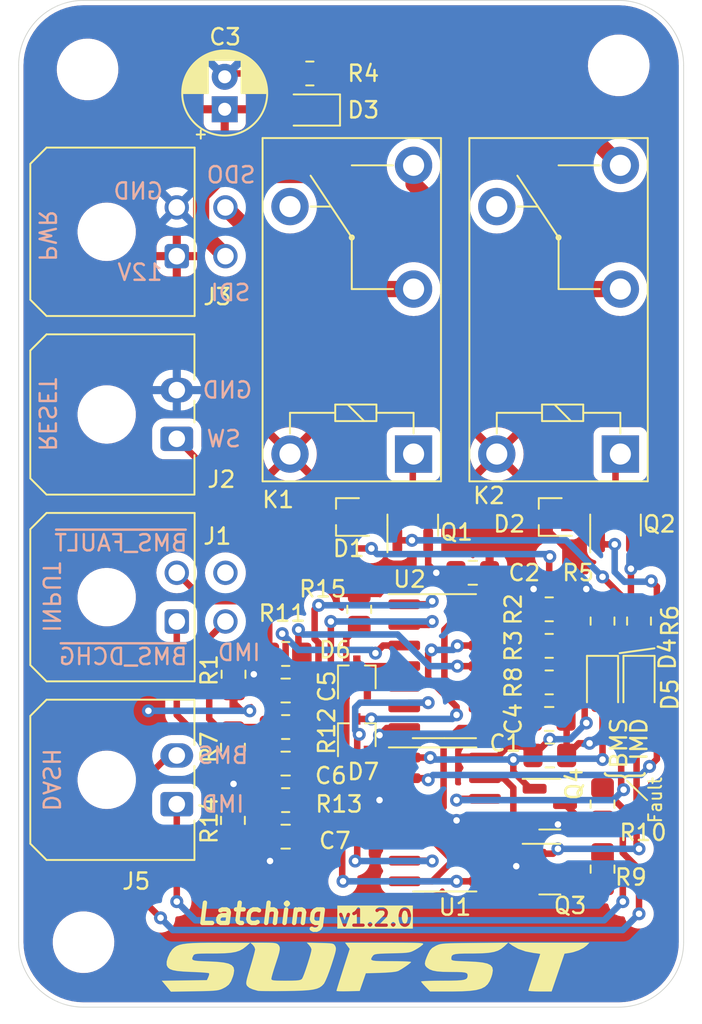
<source format=kicad_pcb>
(kicad_pcb (version 20240108) (generator "pcbnew") (generator_version "8.0")
  (title_block (title "Latching Circuit") (date "2023-04-04") (rev "1.2.0") (company "SUFST - Southampton University Formula Student Team") (comment 1 "STAG X") (comment 2 "Tim Brewis, Joe Pater") (comment 3 "Max O'Brien"))
  (layers (0 "F.Cu" signal) (31 "B.Cu" signal) (34 "B.Paste" user) (35 "F.Paste" user) (36 "B.SilkS" user "B.Silkscreen") (37 "F.SilkS" user "F.Silkscreen") (38 "B.Mask" user) (39 "F.Mask" user) (44 "Edge.Cuts" user))
  (net 0 "")
  (net 1 "Net-(C4-Pad1)")
  (net 2 "GND")
  (net 3 "/~{BMS_FAULT_FILTERED}")
  (net 4 "/IMD_OK_FILTERED")
  (net 5 "+12V")
  (net 6 "Net-(D1-A)")
  (net 8 "Net-(D2-A)")
  (net 9 "/IMD_OK_LATCHED")
  (net 11 "/BMS_FAULT_LATCHED")
  (net 12 "/IMD_FAULT_LATCHED")
  (net 13 "/IMD_OK")
  (net 14 "/SHUTDOWN_IN")
  (net 15 "/SHUTDOWN_OUT")
  (net 16 "Net-(K1-Pad3)")
  (net 19 "/POR")
  (net 20 "/~{BMS_DISCHG_EN_FILTERED}")
  (net 21 "Net-(D3-K)")
  (net 22 "Net-(D4-K)")
  (net 23 "Net-(D5-K)")
  (net 24 "/BMS_OK_LATCHED")
  (net 25 "Net-(D6-A)")
  (net 27 "Net-(J5-Pin_1)")
  (net 28 "Net-(J5-Pin_2)")
  (net 29 "Net-(D6-K)")
  (net 30 "Net-(Q3-D)")
  (net 31 "Net-(Q4-D)")
  (net 32 "Net-(U1A-S)")
  (net 33 "Net-(U1B-S)")
  (net 35 "Net-(D7-K)")
  (net 36 "/~{BMS_DISCHG_EN}")
  (net 37 "/~{BMS_FAULT}")
  (net 39 "Net-(U2-Pad10)")
  (net 40 "Net-(J2-Pin_1)")
  (footprint "Resistor_SMD:R_0805_2012Metric_Pad1.20x1.40mm_HandSolder" (layer "F.Cu") (at 118.2125 116.75)
    (property "Reference" "R8")
    (property "Value" "220R")
  )
  (footprint "Resistor_SMD:R_0805_2012Metric_Pad1.20x1.40mm_HandSolder" (layer "F.Cu") (at 121.5 124.25 90)
    (property "Reference" "R10")
    (property "Value" "1k")
  )
  (footprint "Resistor_SMD:R_0805_2012Metric_Pad1.20x1.40mm_HandSolder" (layer "F.Cu") (at 101.9625 115)
    (property "Reference" "R11")
    (property "Value" "10k")
  )
  (footprint "Connector_Molex:Molex_Micro-Fit_3.0_43045-0400_2x02_P3.00mm_Horizontal" (layer "F.Cu") (at 95.25 113 90)
    (property "Reference" "J1")
    (property "Value" "PWR")
  )
  (footprint "Resistor_SMD:R_0805_2012Metric_Pad1.20x1.40mm_HandSolder" (layer "F.Cu") (at 118.2125 114.5)
    (property "Reference" "R3")
    (property "Value" "10k")
  )
  (footprint "Package_TO_SOT_SMD:SOT-23" (layer "F.Cu") (at 118.25 124.25)
    (property "Reference" "Q4")
    (property "Value" "XP262N7002TR-G")
  )
  (footprint "LED_SMD:LED_0805_2012Metric_Pad1.15x1.40mm_HandSolder" (layer "F.Cu") (at 121.5 116.975 -90)
    (property "Reference" "D4")
    (property "Value" "LED")
  )
  (footprint "Package_SO:SOIC-14_3.9x8.7mm_P1.27mm" (layer "F.Cu") (at 111.775 125.19)
    (property "Reference" "U1")
    (property "Value" "4013")
  )
  (footprint "Resistor_SMD:R_0805_2012Metric_Pad1.20x1.40mm_HandSolder" (layer "F.Cu") (at 106.5 112.25 -90)
    (property "Reference" "R15")
    (property "Value" "10k")
  )
  (footprint "Resistor_SMD:R_0805_2012Metric_Pad1.20x1.40mm_HandSolder" (layer "F.Cu") (at 123.75 112.975 90)
    (property "Reference" "R6")
    (property "Value" "3k3")
  )
  (footprint "Capacitor_SMD:C_0805_2012Metric_Pad1.18x1.45mm_HandSolder" (layer "F.Cu") (at 101.9625 117.25 180)
    (property "Reference" "C5")
    (property "Value" "100n")
  )
  (footprint "Connector_Molex:Molex_Micro-Fit_3.0_43045-0400_2x02_P3.00mm_Horizontal" (layer "F.Cu") (at 95.25 90.5 90)
    (property "Reference" "J3")
    (property "Value" "PWR")
  )
  (footprint "Resistor_SMD:R_0805_2012Metric_Pad1.20x1.40mm_HandSolder" (layer "F.Cu") (at 121.5 128.25 90)
    (property "Reference" "R9")
    (property "Value" "1k")
  )
  (footprint "Capacitor_SMD:C_0805_2012Metric_Pad1.18x1.45mm_HandSolder" (layer "F.Cu") (at 101.9625 121.75 180)
    (property "Reference" "C6")
    (property "Value" "100n")
  )
  (footprint "Resistor_SMD:R_0805_2012Metric_Pad1.20x1.40mm_HandSolder" (layer "F.Cu") (at 101.9625 119.5)
    (property "Reference" "R12")
    (property "Value" "10k")
  )
  (footprint "LED_SMD:LED_0805_2012Metric_Pad1.15x1.40mm_HandSolder" (layer "F.Cu") (at 103.455113 81.5 180)
    (property "Reference" "D3")
    (property "Value" "LED")
  )
  (footprint "Capacitor_SMD:C_0805_2012Metric_Pad1.18x1.45mm_HandSolder" (layer "F.Cu") (at 101.9625 126.25 180)
    (property "Reference" "C7")
    (property "Value" "100n")
  )
  (footprint "SUFST:sufst-text" (layer "F.Cu") (at 107.5 134.25)
    (property "Reference" "G***" (hide yes))
    (property "Value" "LOGO" (hide yes))
  )
  (footprint "Package_TO_SOT_SMD:SOT-23" (layer "F.Cu") (at 122.3 107.0625 90)
    (property "Reference" "Q2")
    (property "Value" "XP262N7002TR-G")
  )
  (footprint "Resistor_SMD:R_0805_2012Metric_Pad1.20x1.40mm_HandSolder" (layer "F.Cu") (at 98.75 116.25 90)
    (property "Reference" "R1")
    (property "Value" "10k")
  )
  (footprint "Package_TO_SOT_SMD:SOT-23" (layer "F.Cu") (at 109.8 107.0625 90)
    (property "Reference" "Q1")
    (property "Value" "XP262N7002TR-G")
  )
  (footprint "Resistor_SMD:R_0805_2012Metric_Pad1.20x1.40mm_HandSolder" (layer "F.Cu") (at 103.455113 79.25 180)
    (property "Reference" "R4")
    (property "Value" "3k3")
  )
  (footprint "Resistor_SMD:R_0805_2012Metric_Pad1.20x1.40mm_HandSolder" (layer "F.Cu") (at 121.5 112.975 90)
    (property "Reference" "R5")
    (property "Value" "3k3")
  )
  (footprint "Resistor_SMD:R_0805_2012Metric_Pad1.20x1.40mm_HandSolder" (layer "F.Cu") (at 118.2125 112.25 180)
    (property "Reference" "R2")
    (property "Value" "10k")
  )
  (footprint "Package_TO_SOT_SMD:SOT-323_SC-70" (layer "F.Cu") (at 106.35 120 90)
    (property "Reference" "D7")
    (property "Value" "BAT54W")
  )
  (footprint "Package_TO_SOT_SMD:SOT-323_SC-70" (layer "F.Cu") (at 106.35 116.44 90)
    (property "Reference" "D6")
    (property "Value" "BAT54W")
  )
  (footprint "Package_TO_SOT_SMD:SOT-323_SC-70" (layer "F.Cu") (at 118.3 106.5625 180)
    (property "Reference" "D2")
    (property "Value" "BAT54W")
  )
  (footprint "Capacitor_SMD:C_0805_2012Metric_Pad1.18x1.45mm_HandSolder" (layer "F.Cu") (at 118.25 121.25)
    (property "Reference" "C1")
    (property "Value" "100n")
  )
  (footprint "Relay_THT:Relay_SPDT_Omron-G5Q-1" (layer "F.Cu") (at 109.85 102.6875 90)
    (property "Reference" "K1")
    (property "Value" "G5Q-1EU DC12")
  )
  (footprint "Relay_THT:Relay_SPDT_Omron-G5Q-1" (layer "F.Cu") (at 122.6 102.6875 90)
    (property "Reference" "K2")
    (property "Value" "G5Q-1EU DC12")
  )
  (footprint "Package_SO:SOIC-14_3.9x8.7mm_P1.27mm" (layer "F.Cu") (at 111.75 115.75)
    (property "Reference" "U2")
    (property "Value" "40106")
  )
  (footprint "Capacitor_SMD:C_0805_2012Metric_Pad1.18x1.45mm_HandSolder" (layer "F.Cu") (at 118.2125 119)
    (property "Reference" "C4")
    (property "Value" "10u")
  )
  (footprint "Resistor_SMD:R_0805_2012Metric_Pad1.20x1.40mm_HandSolder" (layer "F.Cu") (at 98.7125 120.75 90)
    (property "Reference" "R7")
    (property "Value" "2k2")
  )
  (footprint "Connector_Molex:Molex_Micro-Fit_3.0_43650-0200_1x02_P3.00mm_Horizontal" (layer "F.Cu") (at 95.25 124.25 90)
    (property "Reference" "J5")
    (property "Value" "LEDs")
  )
  (footprint "MountingHole:MountingHole_3.2mm_M3" (layer "F.Cu") (at 122.5 78.75)
    (property "Reference" "H1" (hide yes))
    (property "Value" "MountingHole")
  )
  (footprint "Connector_Molex:Molex_Micro-Fit_3.0_43650-0200_1x02_P3.00mm_Horizontal" (layer "F.Cu") (at 95.25 101.75 90)
    (property "Reference" "J2")
    (property "Value" "Reset")
  )
  (footprint "Capacitor_SMD:C_0805_2012Metric_Pad1.18x1.45mm_HandSolder" (layer "F.Cu") (at 113.5 110 180)
    (property "Reference" "C2")
    (property "Value" "100n")
  )
  (footprint "Resistor_SMD:R_0805_2012Metric_Pad1.20x1.40mm_HandSolder" (layer "F.Cu") (at 101.9625 124)
    (property "Reference" "R13")
    (property "Value" "10k")
  )
  (footprint "LED_SMD:LED_0805_2012Metric_Pad1.15x1.40mm_HandSolder" (layer "F.Cu") (at 123.75 116.975 -90)
    (property "Reference" "D5")
    (property "Value" "LED")
  )
  (footprint "Package_TO_SOT_SMD:SOT-323_SC-70" (layer "F.Cu") (at 105.8 106.5625 180)
    (property "Reference" "D1")
    (property "Value" "BAT54W")
  )
  (footprint "MountingHole:MountingHole_3.2mm_M3" (layer "F.Cu") (at 89.5 132.75)
    (property "Reference" "H2" (hide yes))
    (property "Value" "MountingHole")
  )
  (footprint "Resistor_SMD:R_0805_2012Metric_Pad1.20x1.40mm_HandSolder" (layer "F.Cu") (at 98.7125 125.25 90)
    (property "Reference" "R14")
    (property "Value" "10k")
  )
  (footprint "MountingHole:MountingHole_3.2mm_M3" (layer "F.Cu") (at 89.75 79)
    (property "Reference" "H3" (hide yes))
    (property "Value" "MountingHole")
  )
  (footprint "Capacitor_THT:CP_Radial_D5.0mm_P2.00mm" (layer "F.Cu") (at 98.205112 81.455112 90)
    (property "Reference" "C3")
    (property "Value" "100u")
  )
  (footprint "Package_TO_SOT_SMD:SOT-23" (layer "F.Cu") (at 118.25 128.25)
    (property "Reference" "Q3")
    (property "Value" "XP262N7002TR-G")
  )
  (gr_line (start 124.7 114.65) (end 122.55 114.95) (stroke (width 0.12)) (layer "F.SilkS"))
  (gr_line (start 123 122.8) (end 124.25 124) (stroke (width 0.12)) (layer "F.SilkS"))
  (gr_arc (start 122.499998 74.75) (mid 125.328427 75.921573) (end 126.5 78.750002) (stroke (width 0.05)) (layer "Edge.Cuts"))
  (gr_arc (start 126.5 132.749998) (mid 125.328428 135.578426) (end 122.5 136.75) (stroke (width 0.05)) (layer "Edge.Cuts"))
  (gr_line (start 89.5 74.75) (end 122.499998 74.75) (stroke (width 0.05)) (layer "Edge.Cuts"))
  (gr_line (start 126.5 132.749998) (end 126.5 78.750002) (stroke (width 0.05)) (layer "Edge.Cuts"))
  (gr_line (start 85.5 78.75) (end 85.5 132.75) (stroke (width 0.05)) (layer "Edge.Cuts"))
  (gr_line (start 89.500001 136.75) (end 122.5 136.75) (stroke (width 0.05)) (layer "Edge.Cuts"))
  (gr_arc (start 85.5 78.75) (mid 86.671573 75.921573) (end 89.5 74.75) (stroke (width 0.05)) (layer "Edge.Cuts"))
  (gr_arc (start 89.500001 136.75) (mid 86.671573 135.578427) (end 85.5 132.75) (stroke (width 0.05)) (layer "Edge.Cuts"))
  (gr_text "RESET" (at 87.25 100.25 270) (layer "B.SilkS") (effects (font (size 1 1)) (justify mirror)))
  (gr_text "INPUT" (at 87.5 111.5 -90) (layer "B.SilkS") (effects (font (size 1 1)) (justify mirror)))
  (gr_text "GND" (at 96.75 98.75 0) (layer "B.SilkS") (effects (font (size 1 1)) (justify right mirror)))
  (gr_text "IMD" (at 99.5 124.25 0) (layer "B.SilkS") (effects (font (size 1 1)) (justify left mirror)))
  (gr_text "~{BMS_DCHG}" (at 96 115.75 0) (layer "B.SilkS") (effects (font (size 1 1)) (justify left bottom mirror)))
  (gr_text "DASH" (at 87.5 122.75 -90) (layer "B.SilkS") (effects (font (size 1 1)) (justify mirror)))
  (gr_text "BMS" (at 99.75 121.25 0) (layer "B.SilkS") (effects (font (size 1 1)) (justify left mirror)))
  (gr_text "IMD" (at 100.5 115.5 0) (layer "B.SilkS") (effects (font (size 1 1)) (justify left bottom mirror)))
  (gr_text "12V" (at 91.5 91.5 0) (layer "B.SilkS") (effects (font (size 1 1)) (justify right mirror)))
  (gr_text "SDI" (at 97.25 92.75 0) (layer "B.SilkS") (effects (font (size 1 1)) (justify right mirror)))
  (gr_text "SW" (at 97 101.75 0) (layer "B.SilkS") (effects (font (size 1 1)) (justify right mirror)))
  (gr_text "~{BMS_FAULT}" (at 96 108.75 0) (layer "B.SilkS") (effects (font (size 1 1)) (justify left bottom mirror)))
  (gr_text "GND" (at 91.25 86.5 0) (layer "B.SilkS") (effects (font (size 1 1)) (justify right mirror)))
  (gr_text "PWR" (at 87.25 89.25 270) (layer "B.SilkS") (effects (font (size 1 1)) (justify mirror)))
  (gr_text "SDO" (at 97 85.5 0) (layer "B.SilkS") (effects (font (size 1 1)) (justify right mirror)))
  (gr_text "Fault" (at 124.75 124 90) (layer "F.SilkS") (effects (font (size 0.8 0.75) (thickness 0.12))))
  (gr_text "IMD" (at 123.75 120.25 90) (layer "F.SilkS") (effects (font (size 1 1))))
  (gr_text "{" (at 122.75 122.5 90) (layer "F.SilkS") (effects (font (size 1.6 0.8))))
  (gr_text "BMS" (at 122.5 120.5 90) (layer "F.SilkS") (effects (font (size 1 1))))
  (gr_text "Latching" (at 100.5 131 0) (layer "F.SilkS") (effects (font (size 1.25 1.25) (thickness 0.27) (italic yes))))
  (gr_text "v1.2.0" (at 107.5 131.25 0) (layer "F.SilkS" knockout) (effects (font (size 1 1) (thickness 0.2))))
  (segment (start 117.2125 116.75) (end 117.2125 114.5) (width 0.4) (layer "F.Cu") (net 1))
  (segment (start 114.225 118.29) (end 115.54 118.29) (width 0.4) (layer "F.Cu") (net 1))
  (segment (start 116.25 119) (end 117.175 119) (width 0.4) (layer "F.Cu") (net 1))
  (segment (start 117.175 116.7875) (end 117.2125 116.75) (width 0.4) (layer "F.Cu") (net 1))
  (segment (start 117.175 119) (end 117.175 116.7875) (width 0.4) (layer "F.Cu") (net 1))
  (segment (start 115.54 118.29) (end 116.25 119) (width 0.4) (layer "F.Cu") (net 1))
  (segment (start 98.7125 121.75) (end 98.7125 122.9625) (width 0.4) (layer "F.Cu") (net 2))
  (segment (start 101 127.75) (end 100.925 127.675) (width 0.4) (layer "F.Cu") (net 2))
  (segment (start 117.2125 112.25) (end 117.2125 111.0375) (width 0.4) (layer "F.Cu") (net 2))
  (segment (start 100.925 117.175) (end 100 116.25) (width 0.4) (layer "F.Cu") (net 2))
  (segment (start 100.925 127.675) (end 100.925 126.25) (width 0.4) (layer "F.Cu") (net 2))
  (segment (start 111 129) (end 112.27 127.73) (width 0.4) (layer "F.Cu") (net 2))
  (segment (start 123.25 111.475) (end 123.75 111.975) (width 0.4) (layer "F.Cu") (net 2))
  (segment (start 98.410224 79.25) (end 98.205112 79.455112) (width 0.4) (layer "F.Cu") (net 2))
  (segment (start 112.56 125.19) (end 112.5 125.25) (width 0.4) (layer "F.Cu") (net 2))
  (segment (start 118.45 125.2) (end 118.75 125.5) (width 0.4) (layer "F.Cu") (net 2))
  (segment (start 119.2875 121.25) (end 119.2875 119.0375) (width 0.4) (layer "F.Cu") (net 2))
  (segment (start 114.25 127.73) (end 115.8425 127.73) (width 0.4) (layer "F.Cu") (net 2))
  (segment (start 123.25 108) (end 123.25 111.475) (width 0.4) (layer "F.Cu") (net 2))
  (segment (start 109.3 126.46) (end 111 126.46) (width 0.4) (layer "F.Cu") (net 2))
  (segment (start 98.7125 121.75) (end 100.925 121.75) (width 0.4) (layer "F.Cu") (net 2))
  (segment (start 114.25 125.19) (end 112.56 125.19) (width 0.4) (layer "F.Cu") (net 2))
  (segment (start 111 126.46) (end 112.27 127.73) (width 0.4) (layer "F.Cu") (net 2))
  (segment (start 119.2875 119.0375) (end 119.25 119) (width 0.4) (layer "F.Cu") (net 2))
  (segment (start 117.2125 111.0375) (end 117.25 111) (width 0.4) (layer "F.Cu") (net 2))
  (segment (start 109.3 129) (end 111 129) (width 0.4) (layer "F.Cu") (net 2))
  (segment (start 109.275 119.56) (end 108.19 119.56) (width 0.4) (layer "F.Cu") (net 2))
  (segment (start 120.7005 120.5) (end 120.0375 120.5) (width 0.4) (layer "F.Cu") (net 2))
  (segment (start 107.83 123.92) (end 107.75 124) (width 0.4) (layer "F.Cu") (net 2))
  (segment (start 110.75 108) (end 110.75 109.5) (width 0.4) (layer "F.Cu") (net 2))
  (segment (start 117.3125 125.2) (end 118.45 125.2) (width 0.4) (layer "F.Cu") (net 2))
  (segment (start 112.27 127.73) (end 114.25 127.73) (width 0.4) (layer "F.Cu") (net 2))
  (segment (start 121.5 111.975) (end 121.475 111.975) (width 0.4) (layer "F.Cu") (net 2))
  (segment (start 110.75 109.5) (end 111.25 110) (width 0.4) (layer "F.Cu") (net 2))
  (segment (start 121.475 111.975) (end 120.5 111) (width 0.4) (layer "F.Cu") (net 2))
  (segment (start 115.8425 127.73) (end 117.3125 129.2) (width 0.4) (layer "F.Cu") (net 2))
  (segment (start 98.7125 122.9625) (end 98.75 123) (width 0.4) (layer "F.Cu") (net 2))
  (segment (start 112.4625 110) (end 111.25 110) (width 0.4) (layer "F.Cu") (net 2))
  (segment (start 100.925 117.25) (end 100.925 117.175) (width 0.4) (layer "F.Cu") (net 2))
  (segment (start 102.455113 79.25) (end 98.410224 79.25) (width 0.4) (layer "F.Cu") (net 2))
  (segment (start 108.19 119.56) (end 107.75 120) (width 0.4) (layer "F.Cu") (net 2))
  (segment (start 109.3 123.92) (end 107.83 123.92) (width 0.4) (layer "F.Cu") (net 2))
  (segment (start 120.0375 120.5) (end 119.2875 121.25) (width 0.4) (layer "F.Cu") (net 2))
  (via (at 107.75 124) (size 0.8) (drill 0.4) (layers "F.Cu" "B.Cu") (net 2))
  (via (at 98.75 123) (size 0.8) (drill 0.4) (layers "F.Cu" "B.Cu") (net 2))
  (via (at 111.25 110) (size 0.8) (drill 0.4) (layers "F.Cu" "B.Cu") (net 2))
  (via (at 123.25 109.75) (size 0.8) (drill 0.4) (layers "F.Cu" "B.Cu") (net 2))
  (via (at 120.5 111) (size 0.8) (drill 0.4) (layers "F.Cu" "B.Cu") (net 2))
  (via (at 117.25 111) (size 0.8) (drill 0.4) (layers "F.Cu" "B.Cu") (net 2))
  (via (at 120.7005 120.5) (size 0.8) (drill 0.4) (layers "F.Cu" "B.Cu") (net 2))
  (via (at 100 116.25) (size 0.8) (drill 0.4) (layers "F.Cu" "B.Cu") (net 2))
  (via (at 107.75 120) (size 0.8) (drill 0.4) (layers "F.Cu" "B.Cu") (net 2))
  (via (at 118.75 125.5) (size 0.8) (drill 0.4) (layers "F.Cu" "B.Cu") (net 2))
  (via (at 101 127.75) (size 0.8) (drill 0.4) (layers "F.Cu" "B.Cu") (net 2))
  (via (at 116.18125 128.06875) (size 0.8) (drill 0.4) (layers "F.Cu" "B.Cu") (net 2))
  (via (at 112.5 125.25) (size 0.8) (drill 0.4) (layers "F.Cu" "B.Cu") (net 2))
  (segment (start 103 117.25) (end 103 115.0375) (width 0.4) (layer "F.Cu") (net 3))
  (segment (start 102.75 114.7875) (end 102.9625 115) (width 0.4) (layer "F.Cu") (net 3))
  (segment (start 114.225 115.75) (end 112.5495 115.75) (width 0.4) (layer "F.Cu") (net 3))
  (segment (start 102.75 113.5) (end 102.75 114.7875) (width 0.4) (layer "F.Cu") (net 3))
  (segment (start 103 115.0375) (end 102.9625 115) (width 0.4) (layer "F.Cu") (net 3))
  (via (at 112.5495 115.75) (size 0.8) (drill 0.4) (layers "F.Cu" "B.Cu") (net 3))
  (via (at 102.75 113.5) (size 0.8) (drill 0.4) (layers "F.Cu" "B.Cu") (net 3))
  (segment (start 103.05 113.8) (end 108.869129 113.8) (width 0.4) (layer "B.Cu") (net 3))
  (segment (start 108.869129 113.8) (end 110.819129 115.75) (width 0.4) (layer "B.Cu") (net 3))
  (segment (start 102.75 113.5) (end 103.05 113.8) (width 0.4) (layer "B.Cu") (net 3))
  (segment (start 110.819129 115.75) (end 112.5495 115.75) (width 0.4) (layer "B.Cu") (net 3))
  (segment (start 103 119.5375) (end 102.9625 119.5) (width 0.4) (layer "F.Cu") (net 4))
  (segment (start 103.75 114.06826) (end 103.9875 114.30576) (width 0.4) (layer "F.Cu") (net 4))
  (segment (start 109.275 111.94) (end 110.81 111.94) (width 0.4) (layer "F.Cu") (net 4))
  (segment (start 103.9875 118.475) (end 102.9625 119.5) (width 0.4) (layer "F.Cu") (net 4))
  (segment (start 103.75 112.25) (end 103.75 114.06826) (width 0.4) (layer "F.Cu") (net 4))
  (segment (start 103 121.75) (end 103 119.5375) (width 0.4) (layer "F.Cu") (net 4))
  (segment (start 103.9875 114.30576) (end 103.9875 118.475) (width 0.4) (layer "F.Cu") (net 4))
  (segment (start 110.81 111.94) (end 111 111.75) (width 0.4) (layer "F.Cu") (net 4))
  (segment (start 104 112) (end 103.75 112.25) (width 0.4) (layer "F.Cu") (net 4))
  (via (at 111 111.75) (size 0.8) (drill 0.4) (layers "F.Cu" "B.Cu") (net 4))
  (via (at 104 112) (size 0.8) (drill 0.4) (layers "F.Cu" "B.Cu") (net 4))
  (segment (start 110.75 112) (end 111 111.75) (width 0.4) (layer "B.Cu") (net 4))
  (segment (start 104 112) (end 110.75 112) (width 0.4) (layer "B.Cu") (net 4))
  (segment (start 120.5 119.25) (end 120.4 119.15) (width 0.4) (layer "F.Cu") (net 5))
  (segment (start 98.75 117.25) (end 98.75 118) (width 0.4) (layer "F.Cu") (net 5))
  (segment (start 114.988629 121.38) (end 114.25 121.38) (width 0.4) (layer "F.Cu") (net 5))
  (segment (start 120.4 115.6875) (end 119.2125 114.5) (width 0.4) (layer "F.Cu") (net 5))
  (segment (start 114.5375 110) (end 114.5375 111.6275) (width 0.4) (layer "F.Cu") (net 5))
  (segment (start 117.2125 121.25) (end 116.6625 120.7) (width 0.4) (layer "F.Cu") (net 5))
  (segment (start 102.430113 81.5) (end 98.25 81.5) (width 0.4) (layer "F.Cu") (net 5))
  (segment (start 117.2125 121.25) (end 117.25 121.25) (width 0.4) (layer "F.Cu") (net 5))
  (segment (start 119.2125 112.25) (end 119.2125 114.5) (width 0.4) (layer "F.Cu") (net 5))
  (segment (start 119.2125 108.475) (end 117.3 106.5625) (width 0.4) (layer "F.Cu") (net 5))
  (segment (start 116.6625 120.7) (end 115.668629 120.7) (width 0.4) (layer "F.Cu") (net 5))
  (segment (start 114.5375 111.6275) (end 114.225 111.94) (width 0.4) (layer "F.Cu") (net 5))
  (segment (start 120.4 119.15) (end 120.4 115.6875) (width 0.4) (layer "F.Cu") (net 5))
  (segment (start 119.2125 112.25) (end 119.2125 108.475) (width 0.4) (layer "F.Cu") (net 5))
  (segment (start 115.668629 120.7) (end 114.988629 121.38) (width 0.4) (layer "F.Cu") (net 5))
  (segment (start 117.25 121.25) (end 118.25 120.25) (width 0.4) (layer "F.Cu") (net 5))
  (segment (start 98.25 81.5) (end 98.205112 81.455112) (width 0.4) (layer "F.Cu") (net 5))
  (segment (start 99.25 118.5) (end 99.75 118.5) (width 0.4) (layer "F.Cu") (net 5))
  (segment (start 98.75 118) (end 99 118.25) (width 0.4) (layer "F.Cu") (net 5))
  (segment (start 99 118.25) (end 99.25 118.5) (width 0.4) (layer "F.Cu") (net 5))
  (via (at 120.5 119.25) (size 0.8) (drill 0.4) (layers "F.Cu" "B.Cu") (net 5))
  (via (at 99.75 118.5) (size 0.8) (drill 0.4) (layers "F.Cu" "B.Cu") (net 5))
  (via (at 93.5 118.5) (size 0.8) (drill 0.4) (layers "F.Cu" "B.Cu") (net 5))
  (via (at 118.25 120.25) (size 0.8) (drill 0.4) (layers "F.Cu" "B.Cu") (net 5))
  (segment (start 99.75 118.5) (end 93.5 118.5) (width 0.4) (layer "B.Cu") (net 5))
  (segment (start 119.5 120.25) (end 120.5 119.25) (width 0.4) (layer "B.Cu") (net 5))
  (segment (start 118.25 120.25) (end 119.5 120.25) (width 0.4) (layer "B.Cu") (net 5))
  (segment (start 109.8 106.125) (end 109.8 102.7375) (width 0.4) (layer "F.Cu") (net 6))
  (segment (start 109.8 102.7375) (end 109.85 102.6875) (width 0.4) (layer "F.Cu") (net 6))
  (segment (start 109.8 106.125) (end 107.8875 106.125) (width 0.4) (layer "F.Cu") (net 6))
  (segment (start 107.8875 106.125) (end 106.8 107.2125) (width 0.4) (layer "F.Cu") (net 6))
  (segment (start 122.3 106.125) (end 122.3 102.9875) (width 0.4) (layer "F.Cu") (net 8))
  (segment (start 119.3 107.2125) (end 120.3875 106.125) (width 0.4) (layer "F.Cu") (net 8))
  (segment (start 120.3875 106.125) (end 122.3 106.125) (width 0.4) (layer "F.Cu") (net 8))
  (segment (start 122.3 102.9875) (end 122.6 102.6875) (width 0.4) (layer "F.Cu") (net 8))
  (segment (start 122.65 111.4) (end 121.5 110.25) (width 0.4) (layer "F.Cu") (net 9))
  (segment (start 122.7995 123.358334) (end 122.65 123.208834) (width 0.4) (layer "F.Cu") (net 9))
  (segment (start 122.65 123.208834) (end 122.65 111.4) (width 0.4) (layer "F.Cu") (net 9))
  (segment (start 109.75 108) (end 108.85 108) (width 0.4) (layer "F.Cu") (net 9))
  (segment (start 114.25 123.92) (end 112.58 123.92) (width 0.4) (layer "F.Cu") (net 9))
  (segment (start 112.58 123.92) (end 112.5 124) (width 0.4) (layer "F.Cu") (net 9))
  (via (at 121.5 110.25) (size 0.8) (drill 0.4) (layers "F.Cu" "B.Cu") (net 9))
  (via (at 122.7995 123.358334) (size 0.8) (drill 0.4) (layers "F.Cu" "B.Cu") (net 9))
  (via (at 112.5 124) (size 0.8) (drill 0.4) (layers "F.Cu" "B.Cu") (net 9))
  (via (at 109.75 108) (size 0.8) (drill 0.4) (layers "F.Cu" "B.Cu") (net 9))
  (segment (start 121.5 110.25) (end 119.25 108) (width 0.4) (layer "B.Cu") (net 9))
  (segment (start 122.157834 124) (end 112.5 124) (width 0.4) (layer "B.Cu") (net 9))
  (segment (start 122.7995 123.358334) (end 122.157834 124) (width 0.4) (layer "B.Cu") (net 9))
  (segment (start 119.25 108) (end 109.75 108) (width 0.4) (layer "B.Cu") (net 9))
  (segment (start 116 122.25) (end 117.05 123.3) (width 0.4) (layer "F.Cu") (net 11))
  (segment (start 121.5 118) (end 121.5 121.5) (width 0.4) (layer "F.Cu") (net 11))
  (segment (start 110.88 121.38) (end 109.3 121.38) (width 0.4) (layer "F.Cu") (net 11))
  (segment (start 117.05 123.3) (end 117.3125 123.3) (width 0.4) (layer "F.Cu") (net 11))
  (segment (start 116 121.5) (end 116 122.25) (width 0.4) (layer "F.Cu") (net 11))
  (via (at 110.88 121.38) (size 0.8) (drill 0.4) (layers "F.Cu" "B.Cu") (net 11))
  (via (at 116 121.5) (size 0.8) (drill 0.4) (layers "F.Cu" "B.Cu") (net 11))
  (via (at 121.5 121.5) (size 0.8) (drill 0.4) (layers "F.Cu" "B.Cu") (net 11))
  (segment (start 121.5 121.5) (end 121.45 121.45) (width 0.4) (layer "B.Cu") (net 11))
  (segment (start 110.88 121.38) (end 111 121.5) (width 0.4) (layer "B.Cu") (net 11))
  (segment (start 111 121.5) (end 116 121.5) (width 0.4) (layer "B.Cu") (net 11))
  (segment (start 116.05 121.45) (end 116 121.5) (width 0.4) (layer "B.Cu") (net 11))
  (segment (start 121.45 121.45) (end 116.05 121.45) (width 0.4) (layer "B.Cu") (net 11))
  (segment (start 116 123.25) (end 116 126.75) (width 0.4) (layer "F.Cu") (net 12))
  (segment (start 123.75 127) (end 123.5995 126.8495) (width 0.4) (layer "F.Cu") (net 12))
  (segment (start 115.4 122.65) (end 116 123.25) (width 0.4) (layer "F.Cu") (net 12))
  (segment (start 123.5995 126.8495) (end 123.5995 118.1505) (width 0.4) (layer "F.Cu") (net 12))
  (segment (start 116 126.75) (end 116.55 127.3) (width 0.4) (layer "F.Cu") (net 12))
  (segment (start 114.9 122.65) (end 115 122.75) (width 0.4) (layer "F.Cu") (net 12))
  (segment (start 116.55 127.3) (end 117.3125 127.3) (width 0.4) (layer "F.Cu") (net 12))
  (segment (start 123.5995 118.1505) (end 123.75 118) (width 0.4) (layer "F.Cu") (net 12))
  (segment (start 118.45 127.3) (end 118.75 127) (width 0.4) (layer "F.Cu") (net 12))
  (segment (start 114.25 122.65) (end 115.4 122.65) (width 0.4) (layer "F.Cu") (net 12))
  (segment (start 114.25 122.65) (end 114.9 122.65) (width 0.4) (layer "F.Cu") (net 12))
  (segment (start 117.3125 127.3) (end 118.45 127.3) (width 0.4) (layer "F.Cu") (net 12))
  (via (at 123.75 127) (size 0.8) (drill 0.4) (layers "F.Cu" "B.Cu") (net 12))
  (via (at 118.75 127) (size 0.8) (drill 0.4) (layers "F.Cu" "B.Cu") (net 12))
  (segment (start 118.75 127) (end 123.75 127) (width 0.4) (layer "B.Cu") (net 12))
  (segment (start 98.9625 119.5) (end 98.7125 119.75) (width 0.4) (layer "F.Cu") (net 13))
  (segment (start 97.25 114) (end 98.25 113) (width 0.4) (layer "F.Cu") (net 13))
  (segment (start 98 119.75) (end 97.25 119) (width 0.4) (layer "F.Cu") (net 13))
  (segment (start 97.25 119) (end 97.25 114) (width 0.4) (layer "F.Cu") (net 13))
  (segment (start 98.7125 119.75) (end 98 119.75) (width 0.4) (layer "F.Cu") (net 13))
  (segment (start 100.9625 119.5) (end 98.9625 119.5) (width 0.4) (layer "F.Cu") (net 13))
  (segment (start 120.4425 82.75) (end 122.6 84.9075) (width 1) (layer "F.Cu") (net 14))
  (segment (start 108.5 82.75) (end 120.4425 82.75) (width 1) (layer "F.Cu") (net 14))
  (segment (start 105.75 85.5) (end 108.5 82.75) (width 1) (layer "F.Cu") (net 14))
  (segment (start 96.75 86.75) (end 98 85.5) (width 1) (layer "F.Cu") (net 14))
  (segment (start 96.75 89) (end 96.75 86.75) (width 1) (layer "F.Cu") (net 14))
  (segment (start 98 85.5) (end 105.75 85.5) (width 1) (layer "F.Cu") (net 14))
  (segment (start 98.25 90.5) (end 96.75 89) (width 1) (layer "F.Cu") (net 14))
  (segment (start 103.2775 92.5275) (end 109.85 92.5275) (width 1) (layer "F.Cu") (net 15))
  (segment (start 98.25 87.5) (end 103.2775 92.5275) (width 1) (layer "F.Cu") (net 15))
  (segment (start 116.324906 92.5275) (end 109.85 86.052594) (width 1) (layer "F.Cu") (net 16))
  (segment (start 109.85 86.052594) (end 109.85 84.9075) (width 1) (layer "F.Cu") (net 16))
  (segment (start 122.6 92.5275) (end 116.324906 92.5275) (width 1) (layer "F.Cu") (net 16))
  (segment (start 109.3 125.19) (end 110.94 125.19) (width 0.4) (layer "F.Cu") (net 19))
  (segment (start 111.7 124.43) (end 111.7 120.55) (width 0.4) (layer "F.Cu") (net 19))
  (segment (start 111.7 120.55) (end 112.69 119.56) (width 0.4) (layer "F.Cu") (net 19))
  (segment (start 110.94 125.19) (end 112.21 126.46) (width 0.4) (layer "F.Cu") (net 19))
  (segment (start 112.69 119.56) (end 114.225 119.56) (width 0.4) (layer "F.Cu") (net 19))
  (segment (start 112.21 126.46) (end 114.25 126.46) (width 0.4) (layer "F.Cu") (net 19))
  (segment (start 110.94 125.19) (end 111.7 124.43) (width 0.4) (layer "F.Cu") (net 19))
  (segment (start 103 126.25) (end 103 124.0375) (width 0.4) (layer "F.Cu") (net 20))
  (segment (start 103 124.0375) (end 102.9625 124) (width 0.4) (layer "F.Cu") (net 20))
  (segment (start 101.9625 113.9625) (end 101.9625 123) (width 0.4) (layer "F.Cu") (net 20))
  (segment (start 107.5 114.9505) (end 107.9705 114.48) (width 0.4) (layer "F.Cu") (net 20))
  (segment (start 107.9705 114.48) (end 109.275 114.48) (width 0.4) (layer "F.Cu") (net 20))
  (segment (start 101.75 113.75) (end 101.9625 113.9625) (width 0.4) (layer "F.Cu") (net 20))
  (segment (start 101.9625 123) (end 102.9625 124) (width 0.4) (layer "F.Cu") (net 20))
  (via (at 107.5 114.9505) (size 0.8) (drill 0.4) (layers "F.Cu" "B.Cu") (net 20))
  (via (at 101.75 113.75) (size 0.8) (drill 0.4) (layers "F.Cu" "B.Cu") (net 20))
  (segment (start 102.75 114.75) (end 107.2995 114.75) (width 0.4) (layer "B.Cu") (net 20))
  (segment (start 107.2995 114.75) (end 107.5 114.9505) (width 0.4) (layer "B.Cu") (net 20))
  (segment (start 101.75 113.75) (end 102.75 114.75) (width 0.4) (layer "B.Cu") (net 20))
  (segment (start 104.480113 81.5) (end 104.480113 79.275) (width 0.4) (layer "F.Cu") (net 21))
  (segment (start 104.480113 79.275) (end 104.455113 79.25) (width 0.4) (layer "F.Cu") (net 21))
  (segment (start 121.5 113.975) (end 121.5 115.95) (width 0.4) (layer "F.Cu") (net 22))
  (segment (start 123.75 113.975) (end 123.75 115.95) (width 0.4) (layer "F.Cu") (net 23))
  (segment (start 109.3 122.65) (end 110.65 122.65) (width 0.4) (layer "F.Cu") (net 24))
  (segment (start 124.85 121.47375) (end 124.85 110.85) (width 0.4) (layer "F.Cu") (net 24))
  (segment (start 124.399 121.92475) (end 124.85 121.47375) (width 0.4) (layer "F.Cu") (net 24))
  (segment (start 121.6 108.25) (end 121.35 108) (width 0.4) (layer "F.Cu") (net 24))
  (segment (start 124.85 110.85) (end 124.5 110.5) (width 0.4) (layer "F.Cu") (net 24))
  (segment (start 122.25 108.25) (end 121.6 108.25) (width 0.4) (layer "F.Cu") (net 24))
  (segment (start 110.65 122.65) (end 110.75 122.75) (width 0.4) (layer "F.Cu") (net 24))
  (via (at 122.25 108.25) (size 0.8) (drill 0.4) (layers "F.Cu" "B.Cu") (net 24))
  (via (at 124.5 110.5) (size 0.8) (drill 0.4) (layers "F.Cu" "B.Cu") (net 24))
  (via (at 124.399 121.92475) (size 0.8) (drill 0.4) (layers "F.Cu" "B.Cu") (net 24))
  (via (at 110.75 122.75) (size 0.8) (drill 0.4) (layers "F.Cu" "B.Cu") (net 24))
  (segment (start 124.45 110.55) (end 122.85 110.55) (width 0.4) (layer "B.Cu") (net 24))
  (segment (start 124.5 110.5) (end 124.45 110.55) (width 0.4) (layer "B.Cu") (net 24))
  (segment (start 122.85 110.55) (end 122.25 109.95) (width 0.4) (layer "B.Cu") (net 24))
  (segment (start 123.87375 122.45) (end 111.05 122.45) (width 0.4) (layer "B.Cu") (net 24))
  (segment (start 111.05 122.45) (end 110.75 122.75) (width 0.4) (layer "B.Cu") (net 24))
  (segment (start 124.399 121.92475) (end 123.87375 122.45) (width 0.4) (layer "B.Cu") (net 24))
  (segment (start 122.25 109.95) (end 122.25 108.25) (width 0.4) (layer "B.Cu") (net 24))
  (segment (start 107.5 116.5) (end 106.64 116.5) (width 0.4) (layer "F.Cu") (net 25))
  (segment (start 105.7 114.05) (end 105.7 117.44) (width 0.4) (layer "F.Cu") (net 25))
  (segment (start 105.7 121) (end 105.7 117.44) (width 0.4) (layer "F.Cu") (net 25))
  (segment (start 109.275 117.02) (end 108.02 117.02) (width 0.4) (layer "F.Cu") (net 25))
  (segment (start 108.02 117.02) (end 107.5 116.5) (width 0.4) (layer "F.Cu") (net 25))
  (segment (start 106.5 113.25) (end 105.7 114.05) (width 0.4) (layer "F.Cu") (net 25))
  (segment (start 106.64 116.5) (end 105.7 117.44) (width 0.4) (layer "F.Cu") (net 25))
  (segment (start 95.25 130.25) (end 95.25 124.25) (width 0.4) (layer "F.Cu") (net 27))
  (segment (start 121.5 127.25) (end 122.75 128.5) (width 0.4) (layer "F.Cu") (net 27))
  (segment (start 122.75 128.5) (end 122.75 130.25) (width 0.4) (layer "F.Cu") (net 27))
  (via (at 122.75 130.25) (size 0.8) (drill 0.4) (layers "F.Cu" "B.Cu") (net 27))
  (via (at 95.25 130.25) (size 0.8) (drill 0.4) (layers "F.Cu" "B.Cu") (net 27))
  (segment (start 121.6 131.4) (end 96.4 131.4) (width 0.4) (layer "B.Cu") (net 27))
  (segment (start 122.75 130.25) (end 121.6 131.4) (width 0.4) (layer "B.Cu") (net 27))
  (segment (start 96.4 131.4) (end 95.25 130.25) (width 0.4) (layer "B.Cu") (net 27))
  (segment (start 94.75 121.25) (end 95.25 121.25) (width 0.4) (layer "F.Cu") (net 28))
  (segment (start 93.5 122.5) (end 94.75 121.25) (width 0.4) (layer "F.Cu") (net 28))
  (segment (start 93.5 130.5) (end 93.5 122.5) (width 0.4) (layer "F.Cu") (net 28))
  (segment (start 122.75 127.25) (end 123.75 128.25) (width 0.4) (layer "F.Cu") (net 28))
  (segment (start 121.5 123.25) (end 122.75 124.5) (width 0.4) (layer "F.Cu") (net 28))
  (segment (start 123.75 128.25) (end 123.75 131) (width 0.4) (layer "F.Cu") (net 28))
  (segment (start 94.25 131.25) (end 93.5 130.5) (width 0.4) (layer "F.Cu") (net 28))
  (segment (start 122.75 124.5) (end 122.75 127.25) (width 0.4) (layer "F.Cu") (net 28))
  (via (at 94.25 131.25) (size 0.8) (drill 0.4) (layers "F.Cu" "B.Cu") (net 28))
  (via (at 123.75 131) (size 0.8) (drill 0.4) (layers "F.Cu" "B.Cu") (net 28))
  (segment (start 122.75 132) (end 95 132) (width 0.4) (layer "B.Cu") (net 28))
  (segment (start 95 132) (end 94.25 131.25) (width 0.4) (layer "B.Cu") (net 28))
  (segment (start 123.75 131) (end 122.75 132) (width 0.4) (layer "B.Cu") (net 28))
  (segment (start 106.66 115.75) (end 106.35 115.44) (width 0.4) (layer "F.Cu") (net 29))
  (segment (start 109.275 115.75) (end 106.66 115.75) (width 0.4) (layer "F.Cu") (net 29))
  (segment (start 120.5 128.25) (end 121.5 129.25) (width 0.4) (layer "F.Cu") (net 30))
  (segment (start 119.1875 128.25) (end 120.5 128.25) (width 0.4) (layer "F.Cu") (net 30))
  (segment (start 121.5 125.25) (end 120.1875 125.25) (width 0.4) (layer "F.Cu") (net 31))
  (segment (start 120.1875 125.25) (end 119.1875 124.25) (width 0.4) (layer "F.Cu") (net 31))
  (segment (start 110.98 127.73) (end 111 127.75) (width 0.4) (layer "F.Cu") (net 32))
  (segment (start 110.75 118) (end 109.565 118) (width 0.4) (layer "F.Cu") (net 32))
  (segment (start 106.375 120.075) (end 106.375 127.625) (width 0.4) (layer "F.Cu") (net 32))
  (segment (start 109.565 118) (end 109.275 118.29) (width 0.4) (layer "F.Cu") (net 32))
  (segment (start 109.3 127.73) (end 110.98 127.73) (width 0.4) (layer "F.Cu") (net 32))
  (segment (start 106.375 127.625) (end 106.25 127.75) (width 0.4) (layer "F.Cu") (net 32))
  (segment (start 106.4995 119.9505) (end 106.375 120.075) (width 0.4) (layer "F.Cu") (net 32))
  (via (at 106.25 127.75) (size 0.8) (drill 0.4) (layers "F.Cu" "B.Cu") (net 32))
  (via (at 106.4995 119.9505) (size 0.8) (drill 0.4) (layers "F.Cu" "B.Cu") (net 32))
  (via (at 111 127.75) (size 0.8) (drill 0.4) (layers "F.Cu" "B.Cu") (net 32))
  (via (at 110.75 118) (size 0.8) (drill 0.4) (layers "F.Cu" "B.Cu") (net 32))
  (segment (start 106.25 118.3) (end 106.25 119.701) (width 0.4) (layer "B.Cu") (net 32))
  (segment (start 111 127.75) (end 106.25 127.75) (width 0.4) (layer "B.Cu") (net 32))
  (segment (start 106.25 119.701) (end 106.4995 119.9505) (width 0.4) (layer "B.Cu") (net 32))
  (segment (start 110.75 118) (end 106.55 118) (width 0.4) (layer "B.Cu") (net 32))
  (segment (start 106.55 118) (end 106.25 118.3) (width 0.4) (layer "B.Cu") (net 32))
  (segment (start 109.275 113.21) (end 110.79 113.21) (width 0.4) (layer "F.Cu") (net 33))
  (segment (start 110.79 113.21) (end 111 113) (width 0.4) (layer "F.Cu") (net 33))
  (segment (start 104.75 113) (end 104.75 121.5) (width 0.4) (layer "F.Cu") (net 33))
  (segment (start 112.5 129) (end 114.25 129) (width 0.4) (layer "F.Cu") (net 33))
  (segment (start 104.75 121.5) (end 105.45 122.2) (width 0.4) (layer "F.Cu") (net 33))
  (segment (start 105.45 122.2) (end 105.45 128.95) (width 0.4) (layer "F.Cu") (net 33))
  (segment (start 105.45 128.95) (end 105.5 129) (width 0.4) (layer "F.Cu") (net 33))
  (via (at 105.5 129) (size 0.8) (drill 0.4) (layers "F.Cu" "B.Cu") (net 33))
  (via (at 111 113) (size 0.8) (drill 0.4) (layers "F.Cu" "B.Cu") (net 33))
  (via (at 104.75 113) (size 0.8) (drill 0.4) (layers "F.Cu" "B.Cu") (net 33))
  (via (at 112.5 129) (size 0.8) (drill 0.4) (layers "F.Cu" "B.Cu") (net 33))
  (segment (start 111 113) (end 104.75 113) (width 0.4) (layer "B.Cu") (net 33))
  (segment (start 105.5 129) (end 112.5 129) (width 0.4) (layer "B.Cu") (net 33))
  (segment (start 110.75 116.5) (end 110.75 114.9505) (width 0.4) (layer "F.Cu") (net 35))
  (segment (start 112.5695 114.48) (end 112.5495 114.5) (width 0.4) (layer "F.Cu") (net 35))
  (segment (start 112.5 118.75) (end 112.5 118.25) (width 0.4) (layer "F.Cu") (net 35))
  (segment (start 112.5 118.25) (end 110.75 116.5) (width 0.4) (layer "F.Cu") (net 35))
  (segment (start 114.225 114.48) (end 112.5695 114.48) (width 0.4) (layer "F.Cu") (net 35))
  (segment (start 106.35 119) (end 107.25 119) (width 0.4) (layer "F.Cu") (net 35))
  (segment (start 110.75 114.9505) (end 110.9505 114.75) (width 0.4) (layer "F.Cu") (net 35))
  (via (at 107.25 119) (size 0.8) (drill 0.4) (layers "F.Cu" "B.Cu") (net 35))
  (via (at 110.9505 114.75) (size 0.8) (drill 0.4) (layers "F.Cu" "B.Cu") (net 35))
  (via (at 112.5 118.75) (size 0.8) (drill 0.4) (layers "F.Cu" "B.Cu") (net 35))
  (via (at 112.5495 114.5) (size 0.8) (drill 0.4) (layers "F.Cu" "B.Cu") (net 35))
  (segment (start 112.2995 114.75) (end 112.5495 114.5) (width 0.4) (layer "B.Cu") (net 35))
  (segment (start 107.25 119) (end 112.25 119) (width 0.4) (layer "B.Cu") (net 35))
  (segment (start 112.25 119) (end 112.5 118.75) (width 0.4) (layer "B.Cu") (net 35))
  (segment (start 110.9505 114.75) (end 112.2995 114.75) (width 0.4) (layer "B.Cu") (net 35))
  (segment (start 97.25 122.7875) (end 97.25 120.75) (width 0.4) (layer "F.Cu") (net 36))
  (segment (start 100.9625 124) (end 98.9625 124) (width 0.4) (layer "F.Cu") (net 36))
  (segment (start 95.25 118.75) (end 95.25 113) (width 0.4) (layer "F.Cu") (net 36))
  (segment (start 98.9625 124) (end 98.7125 124.25) (width 0.4) (layer "F.Cu") (net 36))
  (segment (start 98.7125 124.25) (end 97.25 122.7875) (width 0.4) (layer "F.Cu") (net 36))
  (segment (start 97.25 120.75) (end 95.25 118.75) (width 0.4) (layer "F.Cu") (net 36))
  (segment (start 100.95 114.9875) (end 100.95 112.7) (width 0.4) (layer "F.Cu") (net 37))
  (segment (start 99 115) (end 98.75 115.25) (width 0.4) (layer "F.Cu") (net 37))
  (segment (start 97 111.75) (end 95.25 110) (width 0.4) (layer "F.Cu") (net 37))
  (segment (start 100.9625 115) (end 100.95 114.9875) (width 0.4) (layer "F.Cu") (net 37))
  (segment (start 100.95 112.7) (end 100 111.75) (width 0.4) (layer "F.Cu") (net 37))
  (segment (start 100.9625 115) (end 99 115) (width 0.4) (layer "F.Cu") (net 37))
  (segment (start 100 111.75) (end 97 111.75) (width 0.4) (layer "F.Cu") (net 37))
  (segment (start 112.04 113.21) (end 111.75 113.5) (width 0.4) (layer "F.Cu") (net 39))
  (segment (start 114.225 113.21) (end 112.04 113.21) (width 0.4) (layer "F.Cu") (net 39))
  (segment (start 111.75 113.5) (end 111.75 116.5) (width 0.4) (layer "F.Cu") (net 39))
  (segment (start 112.27 117.02) (end 114.225 117.02) (width 0.4) (layer "F.Cu") (net 39))
  (segment (start 111.75 116.5) (end 112.27 117.02) (width 0.4) (layer "F.Cu") (net 39))
  (segment (start 118.2125 109.0375) (end 118.25 109) (width 0.4) (layer "F.Cu") (net 40))
  (segment (start 102 108.5) (end 95.25 101.75) (width 0.4) (layer "F.Cu") (net 40))
  (segment (start 118.2125 115.75) (end 118.2125 109.0375) (width 0.4) (layer "F.Cu") (net 40))
  (segment (start 107.25 108.5) (end 102 108.5) (width 0.4) (layer "F.Cu") (net 40))
  (segment (start 119.2125 116.75) (end 118.2125 115.75) (width 0.4) (layer "F.Cu") (net 40))
  (via (at 118.25 109) (size 0.8) (drill 0.4) (layers "F.Cu" "B.Cu") (net 40))
  (via (at 107.25 108.5) (size 0.8) (drill 0.4) (layers "F.Cu" "B.Cu") (net 40))
  (segment (start 118.25 109) (end 118.1 108.85) (width 0.4) (layer "B.Cu") (net 40))
  (segment (start 107.6 108.85) (end 107.25 108.5) (width 0.4) (layer "B.Cu") (net 40))
  (segment (start 118.1 108.85) (end 107.6 108.85) (width 0.4) (layer "B.Cu") (net 40))
  (zone (net 5) (net_name "+12V") (layer "F.Cu") (connect_pads (clearance 0.508)) (min_thickness 0.25) (fill yes (thermal_gap 0.5) (thermal_bridge_width 0.5))
    (polygon (pts (xy 85.5 74.75) (xy 85.5 136.75) (xy 126.5 136.75) (xy 126.5 74.75)))
  )
  (zone (net 2) (net_name "GND") (layer "B.Cu") (connect_pads (clearance 0.508)) (min_thickness 0.25) (fill yes (thermal_gap 0.5) (thermal_bridge_width 0.5))
    (polygon (pts (xy 85.5 74.75) (xy 85.5 136.75) (xy 126.5 136.75) (xy 126.5 74.75)))
  )
)
</source>
